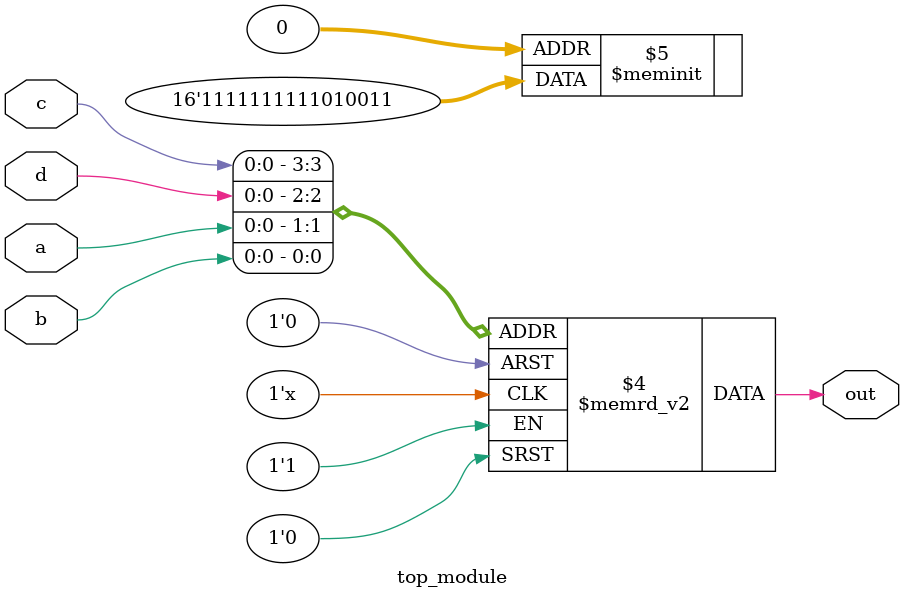
<source format=sv>
module top_module (
	input a, 
	input b,
	input c,
	input d,
	output reg out
);

always @(*) begin
	case ({c, d, a, b})
	4'b0000, 4'b0001, 4'b0100, 4'b0110, 4'b0111, 4'b1000, 4'b1001,
	4'b1010, 4'b1011, 4'b1100, 4'b1101, 4'b1110, 4'b1111: out = 1'b1;
	4'b0010, 4'b0011, 4'b0101, 4'b0110, 4'b0111, 4'b1101: out = 1'b0;
	4'b0000, 4'b0100: out = 1'b0;
	default: out = 1'b0;
	endcase
end

endmodule

</source>
